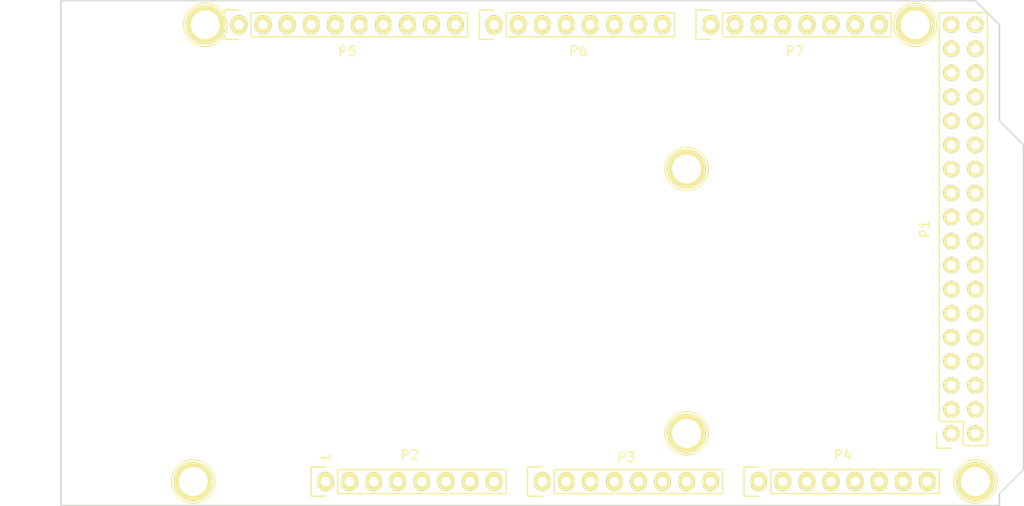
<source format=kicad_pcb>
(kicad_pcb (version 20221018) (generator pcbnew)
  (title_block (date "mar. 31 mars 2015"))
  (layers (0 "F.Cu" signal) (31 "B.Cu" signal) (34 "B.Paste" user) (35 "F.Paste" user) (36 "B.SilkS" user "B.Silkscreen") (37 "F.SilkS" user "F.Silkscreen") (38 "B.Mask" user) (39 "F.Mask" user) (44 "Edge.Cuts" user))
  (net 0 "")
  (net 1 "GND")
  (net 2 "/52(SCK)")
  (net 3 "/53(SS)")
  (net 4 "/50(MISO)")
  (net 5 "/51(MOSI)")
  (net 6 "/48")
  (net 7 "/49")
  (net 8 "/46")
  (net 9 "/47")
  (net 10 "/44")
  (net 11 "/45")
  (net 12 "/42")
  (net 13 "/43")
  (net 14 "/40")
  (net 15 "/41")
  (net 16 "/38")
  (net 17 "/39")
  (net 18 "/36")
  (net 19 "/37")
  (net 20 "/34")
  (net 21 "/35")
  (net 22 "/32")
  (net 23 "/33")
  (net 24 "/30")
  (net 25 "/31")
  (net 26 "/28")
  (net 27 "/29")
  (net 28 "/26")
  (net 29 "/27")
  (net 30 "/24")
  (net 31 "/25")
  (net 32 "/22")
  (net 33 "/23")
  (net 34 "+5V")
  (net 35 "/IOREF")
  (net 36 "/Reset")
  (net 37 "/Vin")
  (net 38 "/A0")
  (net 39 "/A1")
  (net 40 "/A2")
  (net 41 "/A3")
  (net 42 "/A4")
  (net 43 "/A5")
  (net 44 "/A6")
  (net 45 "/A7")
  (net 46 "/A8")
  (net 47 "/A9")
  (net 48 "/A10")
  (net 49 "/A11")
  (net 50 "/A12")
  (net 51 "/A13")
  (net 52 "/A14")
  (net 53 "/A15")
  (net 54 "/SCL")
  (net 55 "/SDA")
  (net 56 "/AREF")
  (net 57 "/13(**)")
  (net 58 "/12(**)")
  (net 59 "/11(**)")
  (net 60 "/10(**)")
  (net 61 "/9(**)")
  (net 62 "/8(**)")
  (net 63 "/7(**)")
  (net 64 "/6(**)")
  (net 65 "/5(**)")
  (net 66 "/4(**)")
  (net 67 "/3(**)")
  (net 68 "/2(**)")
  (net 69 "/20(SDA)")
  (net 70 "/21(SCL)")
  (net 71 "Net-(P8-Pad1)")
  (net 72 "Net-(P9-Pad1)")
  (net 73 "Net-(P10-Pad1)")
  (net 74 "Net-(P11-Pad1)")
  (net 75 "Net-(P12-Pad1)")
  (net 76 "Net-(P13-Pad1)")
  (net 77 "Net-(P2-Pad1)")
  (net 78 "+3V3")
  (net 79 "/1(Tx0)")
  (net 80 "/0(Rx0)")
  (net 81 "/14(Tx3)")
  (net 82 "/15(Rx3)")
  (net 83 "/16(Tx2)")
  (net 84 "/17(Rx2)")
  (net 85 "/18(Tx1)")
  (net 86 "/19(Rx1)")
  (footprint "Socket_Arduino_Mega:Socket_Strip_Arduino_2x18" (layer "F.Cu") (at 197.358 114.046 90)
    (fp_text reference "P1" (at 21.59 -2.794 90) (layer "F.SilkS"))
    (fp_text value "Digital")
    (fp_line (start -1.55 -1.55) (end -1.55 0) (stroke (width 0.15)) (layer "F.SilkS"))
    (fp_line (start -1.27 1.27) (end 1.27 1.27) (stroke (width 0.15)) (layer "F.SilkS"))
    (fp_line (start -1.27 3.81) (end -1.27 1.27) (stroke (width 0.15)) (layer "F.SilkS"))
    (fp_line (start -1.27 3.81) (end 44.45 3.81) (stroke (width 0.15)) (layer "F.SilkS"))
    (fp_line (start 0 -1.55) (end -1.55 -1.55) (stroke (width 0.15)) (layer "F.SilkS"))
    (fp_line (start 1.27 1.27) (end 1.27 -1.27) (stroke (width 0.15)) (layer "F.SilkS"))
    (fp_line (start 44.45 -1.27) (end 1.27 -1.27) (stroke (width 0.15)) (layer "F.SilkS"))
    (fp_line (start 44.45 3.81) (end 44.45 -1.27) (stroke (width 0.15)) (layer "F.SilkS"))
    (pad "1" thru_hole circle locked (at 0 0 90) (size 1.7272 1.7272) (drill 1.016) (layers "*.Cu" "*.Mask" "F.SilkS") (net 1 "GND"))
    (pad "2" thru_hole oval locked (at 0 2.54 90) (size 1.7272 1.7272) (drill 1.016) (layers "*.Cu" "*.Mask" "F.SilkS") (net 1 "GND"))
    (pad "3" thru_hole oval locked (at 2.54 0 90) (size 1.7272 1.7272) (drill 1.016) (layers "*.Cu" "*.Mask" "F.SilkS") (net 2 "/52(SCK)"))
    (pad "4" thru_hole oval locked (at 2.54 2.54 90) (size 1.7272 1.7272) (drill 1.016) (layers "*.Cu" "*.Mask" "F.SilkS") (net 3 "/53(SS)"))
    (pad "5" thru_hole oval locked (at 5.08 0 90) (size 1.7272 1.7272) (drill 1.016) (layers "*.Cu" "*.Mask" "F.SilkS") (net 4 "/50(MISO)"))
    (pad "6" thru_hole oval locked (at 5.08 2.54 90) (size 1.7272 1.7272) (drill 1.016) (layers "*.Cu" "*.Mask" "F.SilkS") (net 5 "/51(MOSI)"))
    (pad "7" thru_hole oval locked (at 7.62 0 90) (size 1.7272 1.7272) (drill 1.016) (layers "*.Cu" "*.Mask" "F.SilkS") (net 6 "/48"))
    (pad "8" thru_hole oval locked (at 7.62 2.54 90) (size 1.7272 1.7272) (drill 1.016) (layers "*.Cu" "*.Mask" "F.SilkS") (net 7 "/49"))
    (pad "9" thru_hole oval locked (at 10.16 0 90) (size 1.7272 1.7272) (drill 1.016) (layers "*.Cu" "*.Mask" "F.SilkS") (net 8 "/46"))
    (pad "10" thru_hole oval locked (at 10.16 2.54 90) (size 1.7272 1.7272) (drill 1.016) (layers "*.Cu" "*.Mask" "F.SilkS") (net 9 "/47"))
    (pad "11" thru_hole oval locked (at 12.7 0 90) (size 1.7272 1.7272) (drill 1.016) (layers "*.Cu" "*.Mask" "F.SilkS") (net 10 "/44"))
    (pad "12" thru_hole oval locked (at 12.7 2.54 90) (size 1.7272 1.7272) (drill 1.016) (layers "*.Cu" "*.Mask" "F.SilkS") (net 11 "/45"))
    (pad "13" thru_hole oval locked (at 15.24 0 90) (size 1.7272 1.7272) (drill 1.016) (layers "*.Cu" "*.Mask" "F.SilkS") (net 12 "/42"))
    (pad "14" thru_hole oval locked (at 15.24 2.54 90) (size 1.7272 1.7272) (drill 1.016) (layers "*.Cu" "*.Mask" "F.SilkS") (net 13 "/43"))
    (pad "15" thru_hole oval locked (at 17.78 0 90) (size 1.7272 1.7272) (drill 1.016) (layers "*.Cu" "*.Mask" "F.SilkS") (net 14 "/40"))
    (pad "16" thru_hole oval locked (at 17.78 2.54 90) (size 1.7272 1.7272) (drill 1.016) (layers "*.Cu" "*.Mask" "F.SilkS") (net 15 "/41"))
    (pad "17" thru_hole oval locked (at 20.32 0 90) (size 1.7272 1.7272) (drill 1.016) (layers "*.Cu" "*.Mask" "F.SilkS") (net 16 "/38"))
    (pad "18" thru_hole oval locked (at 20.32 2.54 90) (size 1.7272 1.7272) (drill 1.016) (layers "*.Cu" "*.Mask" "F.SilkS") (net 17 "/39"))
    (pad "19" thru_hole oval locked (at 22.86 0 90) (size 1.7272 1.7272) (drill 1.016) (layers "*.Cu" "*.Mask" "F.SilkS") (net 18 "/36"))
    (pad "20" thru_hole oval locked (at 22.86 2.54 90) (size 1.7272 1.7272) (drill 1.016) (layers "*.Cu" "*.Mask" "F.SilkS") (net 19 "/37"))
    (pad "21" thru_hole oval locked (at 25.4 0 90) (size 1.7272 1.7272) (drill 1.016) (layers "*.Cu" "*.Mask" "F.SilkS") (net 20 "/34"))
    (pad "22" thru_hole oval locked (at 25.4 2.54 90) (size 1.7272 1.7272) (drill 1.016) (layers "*.Cu" "*.Mask" "F.SilkS") (net 21 "/35"))
    (pad "23" thru_hole oval locked (at 27.94 0 90) (size 1.7272 1.7272) (drill 1.016) (layers "*.Cu" "*.Mask" "F.SilkS") (net 22 "/32"))
    (pad "24" thru_hole oval locked (at 27.94 2.54 90) (size 1.7272 1.7272) (drill 1.016) (layers "*.Cu" "*.Mask" "F.SilkS") (net 23 "/33"))
    (pad "25" thru_hole oval locked (at 30.48 0 90) (size 1.7272 1.7272) (drill 1.016) (layers "*.Cu" "*.Mask" "F.SilkS") (net 24 "/30"))
    (pad "26" thru_hole oval locked (at 30.48 2.54 90) (size 1.7272 1.7272) (drill 1.016) (layers "*.Cu" "*.Mask" "F.SilkS") (net 25 "/31"))
    (pad "27" thru_hole oval locked (at 33.02 0 90) (size 1.7272 1.7272) (drill 1.016) (layers "*.Cu" "*.Mask" "F.SilkS") (net 26 "/28"))
    (pad "28" thru_hole oval locked (at 33.02 2.54 90) (size 1.7272 1.7272) (drill 1.016) (layers "*.Cu" "*.Mask" "F.SilkS") (net 27 "/29"))
    (pad "29" thru_hole oval locked (at 35.56 0 90) (size 1.7272 1.7272) (drill 1.016) (layers "*.Cu" "*.Mask" "F.SilkS") (net 28 "/26"))
    (pad "30" thru_hole oval locked (at 35.56 2.54 90) (size 1.7272 1.7272) (drill 1.016) (layers "*.Cu" "*.Mask" "F.SilkS") (net 29 "/27"))
    (pad "31" thru_hole oval locked (at 38.1 0 90) (size 1.7272 1.7272) (drill 1.016) (layers "*.Cu" "*.Mask" "F.SilkS") (net 30 "/24"))
    (pad "32" thru_hole oval locked (at 38.1 2.54 90) (size 1.7272 1.7272) (drill 1.016) (layers "*.Cu" "*.Mask" "F.SilkS") (net 31 "/25"))
    (pad "33" thru_hole oval locked (at 40.64 0 90) (size 1.7272 1.7272) (drill 1.016) (layers "*.Cu" "*.Mask" "F.SilkS") (net 32 "/22"))
    (pad "34" thru_hole oval locked (at 40.64 2.54 90) (size 1.7272 1.7272) (drill 1.016) (layers "*.Cu" "*.Mask" "F.SilkS") (net 33 "/23"))
    (pad "35" thru_hole oval locked (at 43.18 0 90) (size 1.7272 1.7272) (drill 1.016) (layers "*.Cu" "*.Mask" "F.SilkS") (net 34 "+5V"))
    (pad "36" thru_hole oval locked (at 43.18 2.54 90) (size 1.7272 1.7272) (drill 1.016) (layers "*.Cu" "*.Mask" "F.SilkS") (net 34 "+5V"))
  )
  (footprint "Socket_Arduino_Mega:Socket_Strip_Arduino_1x08" (layer "F.Cu") (at 131.318 119.126)
    (fp_text reference "P2" (at 8.89 -2.794) (layer "F.SilkS"))
    (fp_text value "Power")
    (fp_line (start -1.55 -1.55) (end -1.55 1.55) (stroke (width 0.15)) (layer "F.SilkS"))
    (fp_line (start -1.55 1.55) (end 0 1.55) (stroke (width 0.15)) (layer "F.SilkS"))
    (fp_line (start 0 -1.55) (end -1.55 -1.55) (stroke (width 0.15)) (layer "F.SilkS"))
    (fp_line (start 1.27 1.27) (end 1.27 -1.27) (stroke (width 0.15)) (layer "F.SilkS"))
    (fp_line (start 1.27 1.27) (end 19.05 1.27) (stroke (width 0.15)) (layer "F.SilkS"))
    (fp_line (start 19.05 -1.27) (end 1.27 -1.27) (stroke (width 0.15)) (layer "F.SilkS"))
    (fp_line (start 19.05 1.27) (end 19.05 -1.27) (stroke (width 0.15)) (layer "F.SilkS"))
    (pad "1" thru_hole oval locked (at 0 0) (size 1.7272 2.032) (drill 1.016) (layers "*.Cu" "*.Mask" "F.SilkS") (net 77 "Net-(P2-Pad1)"))
    (pad "2" thru_hole oval locked (at 2.54 0) (size 1.7272 2.032) (drill 1.016) (layers "*.Cu" "*.Mask" "F.SilkS") (net 35 "/IOREF"))
    (pad "3" thru_hole oval locked (at 5.08 0) (size 1.7272 2.032) (drill 1.016) (layers "*.Cu" "*.Mask" "F.SilkS") (net 36 "/Reset"))
    (pad "4" thru_hole oval locked (at 7.62 0) (size 1.7272 2.032) (drill 1.016) (layers "*.Cu" "*.Mask" "F.SilkS") (net 78 "+3V3"))
    (pad "5" thru_hole oval locked (at 10.16 0) (size 1.7272 2.032) (drill 1.016) (layers "*.Cu" "*.Mask" "F.SilkS") (net 34 "+5V"))
    (pad "6" thru_hole oval locked (at 12.7 0) (size 1.7272 2.032) (drill 1.016) (layers "*.Cu" "*.Mask" "F.SilkS") (net 1 "GND"))
    (pad "7" thru_hole oval locked (at 15.24 0) (size 1.7272 2.032) (drill 1.016) (layers "*.Cu" "*.Mask" "F.SilkS") (net 1 "GND"))
    (pad "8" thru_hole oval locked (at 17.78 0) (size 1.7272 2.032) (drill 1.016) (layers "*.Cu" "*.Mask" "F.SilkS") (net 37 "/Vin"))
  )
  (footprint "Socket_Arduino_Mega:Socket_Strip_Arduino_1x08" (layer "F.Cu") (at 154.178 119.126)
    (fp_text reference "P3" (at 8.89 -2.54) (layer "F.SilkS"))
    (fp_text value "Analog")
    (fp_line (start -1.55 -1.55) (end -1.55 1.55) (stroke (width 0.15)) (layer "F.SilkS"))
    (fp_line (start -1.55 1.55) (end 0 1.55) (stroke (width 0.15)) (layer "F.SilkS"))
    (fp_line (start 0 -1.55) (end -1.55 -1.55) (stroke (width 0.15)) (layer "F.SilkS"))
    (fp_line (start 1.27 1.27) (end 1.27 -1.27) (stroke (width 0.15)) (layer "F.SilkS"))
    (fp_line (start 1.27 1.27) (end 19.05 1.27) (stroke (width 0.15)) (layer "F.SilkS"))
    (fp_line (start 19.05 -1.27) (end 1.27 -1.27) (stroke (width 0.15)) (layer "F.SilkS"))
    (fp_line (start 19.05 1.27) (end 19.05 -1.27) (stroke (width 0.15)) (layer "F.SilkS"))
    (pad "1" thru_hole oval locked (at 0 0) (size 1.7272 2.032) (drill 1.016) (layers "*.Cu" "*.Mask" "F.SilkS") (net 38 "/A0"))
    (pad "2" thru_hole oval locked (at 2.54 0) (size 1.7272 2.032) (drill 1.016) (layers "*.Cu" "*.Mask" "F.SilkS") (net 39 "/A1"))
    (pad "3" thru_hole oval locked (at 5.08 0) (size 1.7272 2.032) (drill 1.016) (layers "*.Cu" "*.Mask" "F.SilkS") (net 40 "/A2"))
    (pad "4" thru_hole oval locked (at 7.62 0) (size 1.7272 2.032) (drill 1.016) (layers "*.Cu" "*.Mask" "F.SilkS") (net 41 "/A3"))
    (pad "5" thru_hole oval locked (at 10.16 0) (size 1.7272 2.032) (drill 1.016) (layers "*.Cu" "*.Mask" "F.SilkS") (net 42 "/A4"))
    (pad "6" thru_hole oval locked (at 12.7 0) (size 1.7272 2.032) (drill 1.016) (layers "*.Cu" "*.Mask" "F.SilkS") (net 43 "/A5"))
    (pad "7" thru_hole oval locked (at 15.24 0) (size 1.7272 2.032) (drill 1.016) (layers "*.Cu" "*.Mask" "F.SilkS") (net 44 "/A6"))
    (pad "8" thru_hole oval locked (at 17.78 0) (size 1.7272 2.032) (drill 1.016) (layers "*.Cu" "*.Mask" "F.SilkS") (net 45 "/A7"))
  )
  (footprint "Socket_Arduino_Mega:Socket_Strip_Arduino_1x08" (layer "F.Cu") (at 177.038 119.126)
    (fp_text reference "P4" (at 8.89 -2.794) (layer "F.SilkS"))
    (fp_text value "Analog")
    (fp_line (start -1.55 -1.55) (end -1.55 1.55) (stroke (width 0.15)) (layer "F.SilkS"))
    (fp_line (start -1.55 1.55) (end 0 1.55) (stroke (width 0.15)) (layer "F.SilkS"))
    (fp_line (start 0 -1.55) (end -1.55 -1.55) (stroke (width 0.15)) (layer "F.SilkS"))
    (fp_line (start 1.27 1.27) (end 1.27 -1.27) (stroke (width 0.15)) (layer "F.SilkS"))
    (fp_line (start 1.27 1.27) (end 19.05 1.27) (stroke (width 0.15)) (layer "F.SilkS"))
    (fp_line (start 19.05 -1.27) (end 1.27 -1.27) (stroke (width 0.15)) (layer "F.SilkS"))
    (fp_line (start 19.05 1.27) (end 19.05 -1.27) (stroke (width 0.15)) (layer "F.SilkS"))
    (pad "1" thru_hole oval locked (at 0 0) (size 1.7272 2.032) (drill 1.016) (layers "*.Cu" "*.Mask" "F.SilkS") (net 46 "/A8"))
    (pad "2" thru_hole oval locked (at 2.54 0) (size 1.7272 2.032) (drill 1.016) (layers "*.Cu" "*.Mask" "F.SilkS") (net 47 "/A9"))
    (pad "3" thru_hole oval locked (at 5.08 0) (size 1.7272 2.032) (drill 1.016) (layers "*.Cu" "*.Mask" "F.SilkS") (net 48 "/A10"))
    (pad "4" thru_hole oval locked (at 7.62 0) (size 1.7272 2.032) (drill 1.016) (layers "*.Cu" "*.Mask" "F.SilkS") (net 49 "/A11"))
    (pad "5" thru_hole oval locked (at 10.16 0) (size 1.7272 2.032) (drill 1.016) (layers "*.Cu" "*.Mask" "F.SilkS") (net 50 "/A12"))
    (pad "6" thru_hole oval locked (at 12.7 0) (size 1.7272 2.032) (drill 1.016) (layers "*.Cu" "*.Mask" "F.SilkS") (net 51 "/A13"))
    (pad "7" thru_hole oval locked (at 15.24 0) (size 1.7272 2.032) (drill 1.016) (layers "*.Cu" "*.Mask" "F.SilkS") (net 52 "/A14"))
    (pad "8" thru_hole oval locked (at 17.78 0) (size 1.7272 2.032) (drill 1.016) (layers "*.Cu" "*.Mask" "F.SilkS") (net 53 "/A15"))
  )
  (footprint "Socket_Arduino_Mega:Socket_Strip_Arduino_1x10" (layer "F.Cu") (at 122.174 70.866)
    (fp_text reference "P5" (at 11.43 2.794) (layer "F.SilkS"))
    (fp_text value "PWM")
    (fp_line (start -1.55 -1.55) (end -1.55 1.55) (stroke (width 0.15)) (layer "F.SilkS"))
    (fp_line (start -1.55 1.55) (end 0 1.55) (stroke (width 0.15)) (layer "F.SilkS"))
    (fp_line (start 0 -1.55) (end -1.55 -1.55) (stroke (width 0.15)) (layer "F.SilkS"))
    (fp_line (start 1.27 1.27) (end 1.27 -1.27) (stroke (width 0.15)) (layer "F.SilkS"))
    (fp_line (start 1.27 1.27) (end 24.13 1.27) (stroke (width 0.15)) (layer "F.SilkS"))
    (fp_line (start 24.13 -1.27) (end 1.27 -1.27) (stroke (width 0.15)) (layer "F.SilkS"))
    (fp_line (start 24.13 1.27) (end 24.13 -1.27) (stroke (width 0.15)) (layer "F.SilkS"))
    (pad "1" thru_hole oval locked (at 0 0) (size 1.7272 2.032) (drill 1.016) (layers "*.Cu" "*.Mask" "F.SilkS") (net 54 "/SCL"))
    (pad "2" thru_hole oval locked (at 2.54 0) (size 1.7272 2.032) (drill 1.016) (layers "*.Cu" "*.Mask" "F.SilkS") (net 55 "/SDA"))
    (pad "3" thru_hole oval locked (at 5.08 0) (size 1.7272 2.032) (drill 1.016) (layers "*.Cu" "*.Mask" "F.SilkS") (net 56 "/AREF"))
    (pad "4" thru_hole oval locked (at 7.62 0) (size 1.7272 2.032) (drill 1.016) (layers "*.Cu" "*.Mask" "F.SilkS") (net 1 "GND"))
    (pad "5" thru_hole oval locked (at 10.16 0) (size 1.7272 2.032) (drill 1.016) (layers "*.Cu" "*.Mask" "F.SilkS") (net 57 "/13(**)"))
    (pad "6" thru_hole oval locked (at 12.7 0) (size 1.7272 2.032) (drill 1.016) (layers "*.Cu" "*.Mask" "F.SilkS") (net 58 "/12(**)"))
    (pad "7" thru_hole oval locked (at 15.24 0) (size 1.7272 2.032) (drill 1.016) (layers "*.Cu" "*.Mask" "F.SilkS") (net 59 "/11(**)"))
    (pad "8" thru_hole oval locked (at 17.78 0) (size 1.7272 2.032) (drill 1.016) (layers "*.Cu" "*.Mask" "F.SilkS") (net 60 "/10(**)"))
    (pad "9" thru_hole oval locked (at 20.32 0) (size 1.7272 2.032) (drill 1.016) (layers "*.Cu" "*.Mask" "F.SilkS") (net 61 "/9(**)"))
    (pad "10" thru_hole oval locked (at 22.86 0) (size 1.7272 2.032) (drill 1.016) (layers "*.Cu" "*.Mask" "F.SilkS") (net 62 "/8(**)"))
  )
  (footprint "Socket_Arduino_Mega:Socket_Strip_Arduino_1x08" (layer "F.Cu") (at 149.098 70.866)
    (fp_text reference "P6" (at 8.89 2.794) (layer "F.SilkS"))
    (fp_text value "PWM")
    (fp_line (start -1.55 -1.55) (end -1.55 1.55) (stroke (width 0.15)) (layer "F.SilkS"))
    (fp_line (start -1.55 1.55) (end 0 1.55) (stroke (width 0.15)) (layer "F.SilkS"))
    (fp_line (start 0 -1.55) (end -1.55 -1.55) (stroke (width 0.15)) (layer "F.SilkS"))
    (fp_line (start 1.27 1.27) (end 1.27 -1.27) (stroke (width 0.15)) (layer "F.SilkS"))
    (fp_line (start 1.27 1.27) (end 19.05 1.27) (stroke (width 0.15)) (layer "F.SilkS"))
    (fp_line (start 19.05 -1.27) (end 1.27 -1.27) (stroke (width 0.15)) (layer "F.SilkS"))
    (fp_line (start 19.05 1.27) (end 19.05 -1.27) (stroke (width 0.15)) (layer "F.SilkS"))
    (pad "1" thru_hole oval locked (at 0 0) (size 1.7272 2.032) (drill 1.016) (layers "*.Cu" "*.Mask" "F.SilkS") (net 63 "/7(**)"))
    (pad "2" thru_hole oval locked (at 2.54 0) (size 1.7272 2.032) (drill 1.016) (layers "*.Cu" "*.Mask" "F.SilkS") (net 64 "/6(**)"))
    (pad "3" thru_hole oval locked (at 5.08 0) (size 1.7272 2.032) (drill 1.016) (layers "*.Cu" "*.Mask" "F.SilkS") (net 65 "/5(**)"))
    (pad "4" thru_hole oval locked (at 7.62 0) (size 1.7272 2.032) (drill 1.016) (layers "*.Cu" "*.Mask" "F.SilkS") (net 66 "/4(**)"))
    (pad "5" thru_hole oval locked (at 10.16 0) (size 1.7272 2.032) (drill 1.016) (layers "*.Cu" "*.Mask" "F.SilkS") (net 67 "/3(**)"))
    (pad "6" thru_hole oval locked (at 12.7 0) (size 1.7272 2.032) (drill 1.016) (layers "*.Cu" "*.Mask" "F.SilkS") (net 68 "/2(**)"))
    (pad "7" thru_hole oval locked (at 15.24 0) (size 1.7272 2.032) (drill 1.016) (layers "*.Cu" "*.Mask" "F.SilkS") (net 79 "/1(Tx0)"))
    (pad "8" thru_hole oval locked (at 17.78 0) (size 1.7272 2.032) (drill 1.016) (layers "*.Cu" "*.Mask" "F.SilkS") (net 80 "/0(Rx0)"))
  )
  (footprint "Socket_Arduino_Mega:Socket_Strip_Arduino_1x08" (layer "F.Cu") (at 171.958 70.866)
    (fp_text reference "P7" (at 8.89 2.794) (layer "F.SilkS"))
    (fp_text value "Communication")
    (fp_line (start -1.55 -1.55) (end -1.55 1.55) (stroke (width 0.15)) (layer "F.SilkS"))
    (fp_line (start -1.55 1.55) (end 0 1.55) (stroke (width 0.15)) (layer "F.SilkS"))
    (fp_line (start 0 -1.55) (end -1.55 -1.55) (stroke (width 0.15)) (layer "F.SilkS"))
    (fp_line (start 1.27 1.27) (end 1.27 -1.27) (stroke (width 0.15)) (layer "F.SilkS"))
    (fp_line (start 1.27 1.27) (end 19.05 1.27) (stroke (width 0.15)) (layer "F.SilkS"))
    (fp_line (start 19.05 -1.27) (end 1.27 -1.27) (stroke (width 0.15)) (layer "F.SilkS"))
    (fp_line (start 19.05 1.27) (end 19.05 -1.27) (stroke (width 0.15)) (layer "F.SilkS"))
    (pad "1" thru_hole oval locked (at 0 0) (size 1.7272 2.032) (drill 1.016) (layers "*.Cu" "*.Mask" "F.SilkS") (net 81 "/14(Tx3)"))
    (pad "2" thru_hole oval locked (at 2.54 0) (size 1.7272 2.032) (drill 1.016) (layers "*.Cu" "*.Mask" "F.SilkS") (net 82 "/15(Rx3)"))
    (pad "3" thru_hole oval locked (at 5.08 0) (size 1.7272 2.032) (drill 1.016) (layers "*.Cu" "*.Mask" "F.SilkS") (net 83 "/16(Tx2)"))
    (pad "4" thru_hole oval locked (at 7.62 0) (size 1.7272 2.032) (drill 1.016) (layers "*.Cu" "*.Mask" "F.SilkS") (net 84 "/17(Rx2)"))
    (pad "5" thru_hole oval locked (at 10.16 0) (size 1.7272 2.032) (drill 1.016) (layers "*.Cu" "*.Mask" "F.SilkS") (net 85 "/18(Tx1)"))
    (pad "6" thru_hole oval locked (at 12.7 0) (size 1.7272 2.032) (drill 1.016) (layers "*.Cu" "*.Mask" "F.SilkS") (net 86 "/19(Rx1)"))
    (pad "7" thru_hole oval locked (at 15.24 0) (size 1.7272 2.032) (drill 1.016) (layers "*.Cu" "*.Mask" "F.SilkS") (net 69 "/20(SDA)"))
    (pad "8" thru_hole oval locked (at 17.78 0) (size 1.7272 2.032) (drill 1.016) (layers "*.Cu" "*.Mask" "F.SilkS") (net 70 "/21(SCL)"))
  )
  (footprint "Socket_Arduino_Mega:Arduino_1pin" (layer "F.Cu") (at 117.348 119.126)
    (fp_text reference "P8" hide)
    (fp_text value "CONN_01X01" hide)
    (fp_circle (center 0 0) (end 0 -2.286) (stroke (width 0.15)) (fill none) (layer "F.SilkS"))
    (pad "1" thru_hole circle locked (at 0 0) (size 4.064 4.064) (drill 3.048) (layers "*.Cu" "*.Mask" "F.SilkS") (net 71 "Net-(P8-Pad1)"))
  )
  (footprint "Socket_Arduino_Mega:Arduino_1pin" (layer "F.Cu") (at 169.418 114.046)
    (fp_text reference "P9" hide)
    (fp_text value "CONN_01X01" hide)
    (fp_circle (center 0 0) (end 0 -2.286) (stroke (width 0.15)) (fill none) (layer "F.SilkS"))
    (pad "1" thru_hole circle locked (at 0 0) (size 4.064 4.064) (drill 3.048) (layers "*.Cu" "*.Mask" "F.SilkS") (net 72 "Net-(P9-Pad1)"))
  )
  (footprint "Socket_Arduino_Mega:Arduino_1pin" (layer "F.Cu") (at 199.898 119.126)
    (fp_text reference "P10" hide)
    (fp_text value "CONN_01X01" hide)
    (fp_circle (center 0 0) (end 0 -2.286) (stroke (width 0.15)) (fill none) (layer "F.SilkS"))
    (pad "1" thru_hole circle locked (at 0 0) (size 4.064 4.064) (drill 3.048) (layers "*.Cu" "*.Mask" "F.SilkS") (net 73 "Net-(P10-Pad1)"))
  )
  (footprint "Socket_Arduino_Mega:Arduino_1pin" (layer "F.Cu") (at 118.618 70.866)
    (fp_text reference "P11" hide)
    (fp_text value "CONN_01X01" hide)
    (fp_circle (center 0 0) (end 0 -2.286) (stroke (width 0.15)) (fill none) (layer "F.SilkS"))
    (pad "1" thru_hole circle locked (at 0 0) (size 4.064 4.064) (drill 3.048) (layers "*.Cu" "*.Mask" "F.SilkS") (net 74 "Net-(P11-Pad1)"))
  )
  (footprint "Socket_Arduino_Mega:Arduino_1pin" (layer "F.Cu") (at 169.418 86.106)
    (fp_text reference "P12" hide)
    (fp_text value "CONN_01X01" hide)
    (fp_circle (center 0 0) (end 0 -2.286) (stroke (width 0.15)) (fill none) (layer "F.SilkS"))
    (pad "1" thru_hole circle locked (at 0 0) (size 4.064 4.064) (drill 3.048) (layers "*.Cu" "*.Mask" "F.SilkS") (net 75 "Net-(P12-Pad1)"))
  )
  (footprint "Socket_Arduino_Mega:Arduino_1pin" (layer "F.Cu") (at 193.548 70.866)
    (fp_text reference "P13" hide)
    (fp_text value "CONN_01X01" hide)
    (fp_circle (center 0 0) (end 0 -2.286) (stroke (width 0.15)) (fill none) (layer "F.SilkS"))
    (pad "1" thru_hole circle locked (at 0 0) (size 4.064 4.064) (drill 3.048) (layers "*.Cu" "*.Mask" "F.SilkS") (net 76 "Net-(P13-Pad1)"))
  )
  (gr_line (start 103.378 121.666) (end 103.378 68.326) (stroke (width 0.15)) (layer "Edge.Cuts"))
  (gr_line (start 202.438 81.026) (end 204.978 83.566) (stroke (width 0.15)) (layer "Edge.Cuts"))
  (gr_line (start 202.438 120.396) (end 202.438 121.666) (stroke (width 0.15)) (layer "Edge.Cuts"))
  (gr_line (start 103.378 68.326) (end 199.898 68.326) (stroke (width 0.15)) (layer "Edge.Cuts"))
  (gr_line (start 204.978 117.856) (end 202.438 120.396) (stroke (width 0.15)) (layer "Edge.Cuts"))
  (gr_line (start 204.978 83.566) (end 204.978 117.856) (stroke (width 0.15)) (layer "Edge.Cuts"))
  (gr_line (start 199.898 68.326) (end 202.438 70.866) (stroke (width 0.15)) (layer "Edge.Cuts"))
  (gr_line (start 202.438 70.866) (end 202.438 81.026) (stroke (width 0.15)) (layer "Edge.Cuts"))
  (gr_line (start 202.438 121.666) (end 103.378 121.666) (stroke (width 0.15)) (layer "Edge.Cuts"))
  (gr_text "1" (at 131.318 116.586 90) (layer "F.SilkS") (effects (font (size 1 1))))
)
</source>
